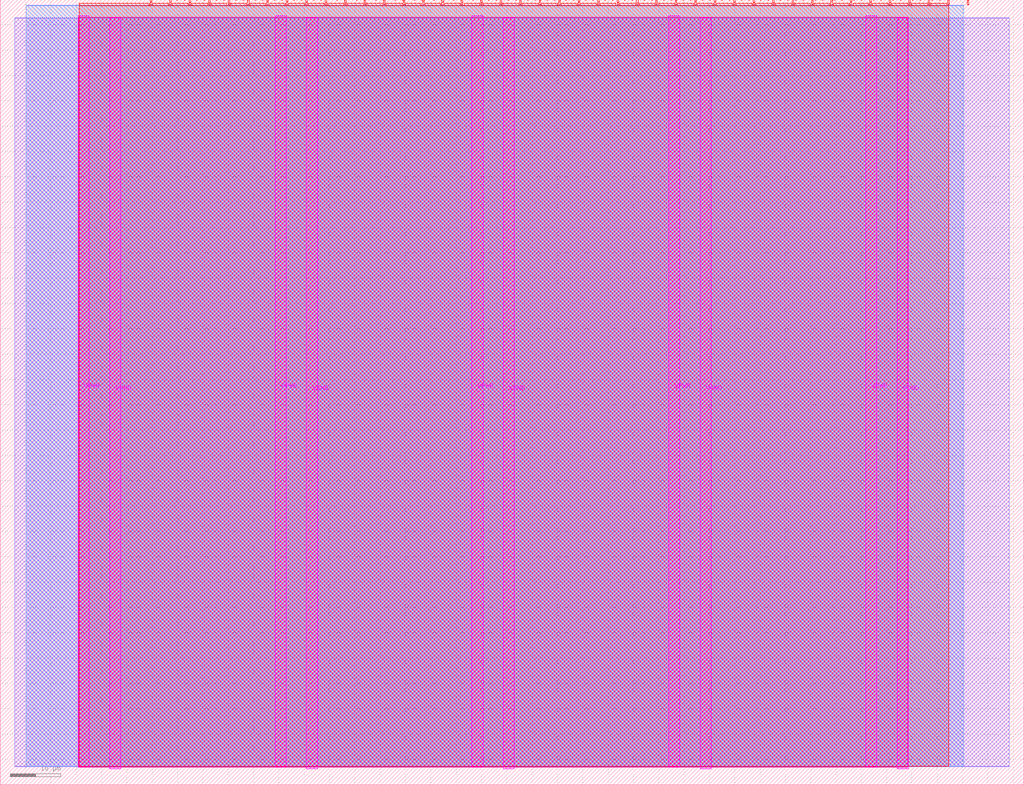
<source format=lef>
VERSION 5.7 ;
  NOWIREEXTENSIONATPIN ON ;
  DIVIDERCHAR "/" ;
  BUSBITCHARS "[]" ;
MACRO tt_um_hoene_smart_led_digital
  CLASS BLOCK ;
  FOREIGN tt_um_hoene_smart_led_digital ;
  ORIGIN 0.000 0.000 ;
  SIZE 202.080 BY 154.980 ;
  PIN VGND
    DIRECTION INOUT ;
    USE GROUND ;
    PORT
      LAYER TopMetal1 ;
        RECT 21.580 3.150 23.780 151.420 ;
    END
    PORT
      LAYER TopMetal1 ;
        RECT 60.450 3.150 62.650 151.420 ;
    END
    PORT
      LAYER TopMetal1 ;
        RECT 99.320 3.150 101.520 151.420 ;
    END
    PORT
      LAYER TopMetal1 ;
        RECT 138.190 3.150 140.390 151.420 ;
    END
    PORT
      LAYER TopMetal1 ;
        RECT 177.060 3.150 179.260 151.420 ;
    END
  END VGND
  PIN VPWR
    DIRECTION INOUT ;
    USE POWER ;
    PORT
      LAYER TopMetal1 ;
        RECT 15.380 3.560 17.580 151.830 ;
    END
    PORT
      LAYER TopMetal1 ;
        RECT 54.250 3.560 56.450 151.830 ;
    END
    PORT
      LAYER TopMetal1 ;
        RECT 93.120 3.560 95.320 151.830 ;
    END
    PORT
      LAYER TopMetal1 ;
        RECT 131.990 3.560 134.190 151.830 ;
    END
    PORT
      LAYER TopMetal1 ;
        RECT 170.860 3.560 173.060 151.830 ;
    END
  END VPWR
  PIN clk
    DIRECTION INPUT ;
    USE SIGNAL ;
    ANTENNAGATEAREA 0.725400 ;
    PORT
      LAYER Metal4 ;
        RECT 187.050 153.980 187.350 154.980 ;
    END
  END clk
  PIN ena
    DIRECTION INPUT ;
    USE SIGNAL ;
    PORT
      LAYER Metal4 ;
        RECT 190.890 153.980 191.190 154.980 ;
    END
  END ena
  PIN rst_n
    DIRECTION INPUT ;
    USE SIGNAL ;
    ANTENNAGATEAREA 1.631500 ;
    PORT
      LAYER Metal4 ;
        RECT 183.210 153.980 183.510 154.980 ;
    END
  END rst_n
  PIN ui_in[0]
    DIRECTION INPUT ;
    USE SIGNAL ;
    ANTENNAGATEAREA 0.180700 ;
    PORT
      LAYER Metal4 ;
        RECT 179.370 153.980 179.670 154.980 ;
    END
  END ui_in[0]
  PIN ui_in[1]
    DIRECTION INPUT ;
    USE SIGNAL ;
    ANTENNAGATEAREA 0.180700 ;
    PORT
      LAYER Metal4 ;
        RECT 175.530 153.980 175.830 154.980 ;
    END
  END ui_in[1]
  PIN ui_in[2]
    DIRECTION INPUT ;
    USE SIGNAL ;
    ANTENNAGATEAREA 0.180700 ;
    PORT
      LAYER Metal4 ;
        RECT 171.690 153.980 171.990 154.980 ;
    END
  END ui_in[2]
  PIN ui_in[3]
    DIRECTION INPUT ;
    USE SIGNAL ;
    PORT
      LAYER Metal4 ;
        RECT 167.850 153.980 168.150 154.980 ;
    END
  END ui_in[3]
  PIN ui_in[4]
    DIRECTION INPUT ;
    USE SIGNAL ;
    PORT
      LAYER Metal4 ;
        RECT 164.010 153.980 164.310 154.980 ;
    END
  END ui_in[4]
  PIN ui_in[5]
    DIRECTION INPUT ;
    USE SIGNAL ;
    PORT
      LAYER Metal4 ;
        RECT 160.170 153.980 160.470 154.980 ;
    END
  END ui_in[5]
  PIN ui_in[6]
    DIRECTION INPUT ;
    USE SIGNAL ;
    PORT
      LAYER Metal4 ;
        RECT 156.330 153.980 156.630 154.980 ;
    END
  END ui_in[6]
  PIN ui_in[7]
    DIRECTION INPUT ;
    USE SIGNAL ;
    PORT
      LAYER Metal4 ;
        RECT 152.490 153.980 152.790 154.980 ;
    END
  END ui_in[7]
  PIN uio_in[0]
    DIRECTION INPUT ;
    USE SIGNAL ;
    PORT
      LAYER Metal4 ;
        RECT 148.650 153.980 148.950 154.980 ;
    END
  END uio_in[0]
  PIN uio_in[1]
    DIRECTION INPUT ;
    USE SIGNAL ;
    PORT
      LAYER Metal4 ;
        RECT 144.810 153.980 145.110 154.980 ;
    END
  END uio_in[1]
  PIN uio_in[2]
    DIRECTION INPUT ;
    USE SIGNAL ;
    PORT
      LAYER Metal4 ;
        RECT 140.970 153.980 141.270 154.980 ;
    END
  END uio_in[2]
  PIN uio_in[3]
    DIRECTION INPUT ;
    USE SIGNAL ;
    PORT
      LAYER Metal4 ;
        RECT 137.130 153.980 137.430 154.980 ;
    END
  END uio_in[3]
  PIN uio_in[4]
    DIRECTION INPUT ;
    USE SIGNAL ;
    PORT
      LAYER Metal4 ;
        RECT 133.290 153.980 133.590 154.980 ;
    END
  END uio_in[4]
  PIN uio_in[5]
    DIRECTION INPUT ;
    USE SIGNAL ;
    PORT
      LAYER Metal4 ;
        RECT 129.450 153.980 129.750 154.980 ;
    END
  END uio_in[5]
  PIN uio_in[6]
    DIRECTION INPUT ;
    USE SIGNAL ;
    PORT
      LAYER Metal4 ;
        RECT 125.610 153.980 125.910 154.980 ;
    END
  END uio_in[6]
  PIN uio_in[7]
    DIRECTION INPUT ;
    USE SIGNAL ;
    PORT
      LAYER Metal4 ;
        RECT 121.770 153.980 122.070 154.980 ;
    END
  END uio_in[7]
  PIN uio_oe[0]
    DIRECTION OUTPUT ;
    USE SIGNAL ;
    ANTENNADIFFAREA 0.392700 ;
    PORT
      LAYER Metal4 ;
        RECT 56.490 153.980 56.790 154.980 ;
    END
  END uio_oe[0]
  PIN uio_oe[1]
    DIRECTION OUTPUT ;
    USE SIGNAL ;
    ANTENNADIFFAREA 0.299200 ;
    PORT
      LAYER Metal4 ;
        RECT 52.650 153.980 52.950 154.980 ;
    END
  END uio_oe[1]
  PIN uio_oe[2]
    DIRECTION OUTPUT ;
    USE SIGNAL ;
    ANTENNADIFFAREA 0.299200 ;
    PORT
      LAYER Metal4 ;
        RECT 48.810 153.980 49.110 154.980 ;
    END
  END uio_oe[2]
  PIN uio_oe[3]
    DIRECTION OUTPUT ;
    USE SIGNAL ;
    ANTENNADIFFAREA 0.299200 ;
    PORT
      LAYER Metal4 ;
        RECT 44.970 153.980 45.270 154.980 ;
    END
  END uio_oe[3]
  PIN uio_oe[4]
    DIRECTION OUTPUT ;
    USE SIGNAL ;
    ANTENNADIFFAREA 0.299200 ;
    PORT
      LAYER Metal4 ;
        RECT 41.130 153.980 41.430 154.980 ;
    END
  END uio_oe[4]
  PIN uio_oe[5]
    DIRECTION OUTPUT ;
    USE SIGNAL ;
    ANTENNADIFFAREA 0.299200 ;
    PORT
      LAYER Metal4 ;
        RECT 37.290 153.980 37.590 154.980 ;
    END
  END uio_oe[5]
  PIN uio_oe[6]
    DIRECTION OUTPUT ;
    USE SIGNAL ;
    ANTENNADIFFAREA 0.299200 ;
    PORT
      LAYER Metal4 ;
        RECT 33.450 153.980 33.750 154.980 ;
    END
  END uio_oe[6]
  PIN uio_oe[7]
    DIRECTION OUTPUT ;
    USE SIGNAL ;
    ANTENNADIFFAREA 0.708600 ;
    PORT
      LAYER Metal4 ;
        RECT 29.610 153.980 29.910 154.980 ;
    END
  END uio_oe[7]
  PIN uio_out[0]
    DIRECTION OUTPUT ;
    USE SIGNAL ;
    ANTENNAGATEAREA 0.109200 ;
    ANTENNADIFFAREA 0.716100 ;
    PORT
      LAYER Metal4 ;
        RECT 87.210 153.980 87.510 154.980 ;
    END
  END uio_out[0]
  PIN uio_out[1]
    DIRECTION OUTPUT ;
    USE SIGNAL ;
    ANTENNAGATEAREA 0.109200 ;
    ANTENNADIFFAREA 0.716100 ;
    PORT
      LAYER Metal4 ;
        RECT 83.370 153.980 83.670 154.980 ;
    END
  END uio_out[1]
  PIN uio_out[2]
    DIRECTION OUTPUT ;
    USE SIGNAL ;
    ANTENNAGATEAREA 0.388200 ;
    ANTENNADIFFAREA 0.716100 ;
    PORT
      LAYER Metal4 ;
        RECT 79.530 153.980 79.830 154.980 ;
    END
  END uio_out[2]
  PIN uio_out[3]
    DIRECTION OUTPUT ;
    USE SIGNAL ;
    ANTENNAGATEAREA 0.109200 ;
    ANTENNADIFFAREA 0.716100 ;
    PORT
      LAYER Metal4 ;
        RECT 75.690 153.980 75.990 154.980 ;
    END
  END uio_out[3]
  PIN uio_out[4]
    DIRECTION OUTPUT ;
    USE SIGNAL ;
    ANTENNAGATEAREA 0.351000 ;
    ANTENNADIFFAREA 0.716100 ;
    PORT
      LAYER Metal4 ;
        RECT 71.850 153.980 72.150 154.980 ;
    END
  END uio_out[4]
  PIN uio_out[5]
    DIRECTION OUTPUT ;
    USE SIGNAL ;
    ANTENNAGATEAREA 0.351000 ;
    ANTENNADIFFAREA 0.716100 ;
    PORT
      LAYER Metal4 ;
        RECT 68.010 153.980 68.310 154.980 ;
    END
  END uio_out[5]
  PIN uio_out[6]
    DIRECTION OUTPUT ;
    USE SIGNAL ;
    ANTENNADIFFAREA 0.299200 ;
    PORT
      LAYER Metal4 ;
        RECT 64.170 153.980 64.470 154.980 ;
    END
  END uio_out[6]
  PIN uio_out[7]
    DIRECTION OUTPUT ;
    USE SIGNAL ;
    ANTENNADIFFAREA 0.708600 ;
    PORT
      LAYER Metal4 ;
        RECT 60.330 153.980 60.630 154.980 ;
    END
  END uio_out[7]
  PIN uo_out[0]
    DIRECTION OUTPUT ;
    USE SIGNAL ;
    ANTENNADIFFAREA 0.708600 ;
    PORT
      LAYER Metal4 ;
        RECT 117.930 153.980 118.230 154.980 ;
    END
  END uo_out[0]
  PIN uo_out[1]
    DIRECTION OUTPUT ;
    USE SIGNAL ;
    ANTENNADIFFAREA 0.708600 ;
    PORT
      LAYER Metal4 ;
        RECT 114.090 153.980 114.390 154.980 ;
    END
  END uo_out[1]
  PIN uo_out[2]
    DIRECTION OUTPUT ;
    USE SIGNAL ;
    ANTENNADIFFAREA 0.708600 ;
    PORT
      LAYER Metal4 ;
        RECT 110.250 153.980 110.550 154.980 ;
    END
  END uo_out[2]
  PIN uo_out[3]
    DIRECTION OUTPUT ;
    USE SIGNAL ;
    ANTENNADIFFAREA 0.708600 ;
    PORT
      LAYER Metal4 ;
        RECT 106.410 153.980 106.710 154.980 ;
    END
  END uo_out[3]
  PIN uo_out[4]
    DIRECTION OUTPUT ;
    USE SIGNAL ;
    ANTENNADIFFAREA 0.708600 ;
    PORT
      LAYER Metal4 ;
        RECT 102.570 153.980 102.870 154.980 ;
    END
  END uo_out[4]
  PIN uo_out[5]
    DIRECTION OUTPUT ;
    USE SIGNAL ;
    ANTENNADIFFAREA 0.708600 ;
    PORT
      LAYER Metal4 ;
        RECT 98.730 153.980 99.030 154.980 ;
    END
  END uo_out[5]
  PIN uo_out[6]
    DIRECTION OUTPUT ;
    USE SIGNAL ;
    ANTENNADIFFAREA 0.708600 ;
    PORT
      LAYER Metal4 ;
        RECT 94.890 153.980 95.190 154.980 ;
    END
  END uo_out[6]
  PIN uo_out[7]
    DIRECTION OUTPUT ;
    USE SIGNAL ;
    ANTENNADIFFAREA 0.708600 ;
    PORT
      LAYER Metal4 ;
        RECT 91.050 153.980 91.350 154.980 ;
    END
  END uo_out[7]
  OBS
      LAYER GatPoly ;
        RECT 2.880 3.630 199.200 151.350 ;
      LAYER Metal1 ;
        RECT 2.880 3.560 199.200 151.420 ;
      LAYER Metal2 ;
        RECT 5.175 3.635 190.185 153.865 ;
      LAYER Metal3 ;
        RECT 5.135 3.680 190.225 153.825 ;
      LAYER Metal4 ;
        RECT 15.560 153.770 29.400 154.240 ;
        RECT 30.120 153.770 33.240 154.240 ;
        RECT 33.960 153.770 37.080 154.240 ;
        RECT 37.800 153.770 40.920 154.240 ;
        RECT 41.640 153.770 44.760 154.240 ;
        RECT 45.480 153.770 48.600 154.240 ;
        RECT 49.320 153.770 52.440 154.240 ;
        RECT 53.160 153.770 56.280 154.240 ;
        RECT 57.000 153.770 60.120 154.240 ;
        RECT 60.840 153.770 63.960 154.240 ;
        RECT 64.680 153.770 67.800 154.240 ;
        RECT 68.520 153.770 71.640 154.240 ;
        RECT 72.360 153.770 75.480 154.240 ;
        RECT 76.200 153.770 79.320 154.240 ;
        RECT 80.040 153.770 83.160 154.240 ;
        RECT 83.880 153.770 87.000 154.240 ;
        RECT 87.720 153.770 90.840 154.240 ;
        RECT 91.560 153.770 94.680 154.240 ;
        RECT 95.400 153.770 98.520 154.240 ;
        RECT 99.240 153.770 102.360 154.240 ;
        RECT 103.080 153.770 106.200 154.240 ;
        RECT 106.920 153.770 110.040 154.240 ;
        RECT 110.760 153.770 113.880 154.240 ;
        RECT 114.600 153.770 117.720 154.240 ;
        RECT 118.440 153.770 121.560 154.240 ;
        RECT 122.280 153.770 125.400 154.240 ;
        RECT 126.120 153.770 129.240 154.240 ;
        RECT 129.960 153.770 133.080 154.240 ;
        RECT 133.800 153.770 136.920 154.240 ;
        RECT 137.640 153.770 140.760 154.240 ;
        RECT 141.480 153.770 144.600 154.240 ;
        RECT 145.320 153.770 148.440 154.240 ;
        RECT 149.160 153.770 152.280 154.240 ;
        RECT 153.000 153.770 156.120 154.240 ;
        RECT 156.840 153.770 159.960 154.240 ;
        RECT 160.680 153.770 163.800 154.240 ;
        RECT 164.520 153.770 167.640 154.240 ;
        RECT 168.360 153.770 171.480 154.240 ;
        RECT 172.200 153.770 175.320 154.240 ;
        RECT 176.040 153.770 179.160 154.240 ;
        RECT 179.880 153.770 183.000 154.240 ;
        RECT 183.720 153.770 186.840 154.240 ;
        RECT 15.560 3.635 187.300 153.770 ;
      LAYER Metal5 ;
        RECT 15.515 3.470 179.125 151.510 ;
  END
END tt_um_hoene_smart_led_digital
END LIBRARY


</source>
